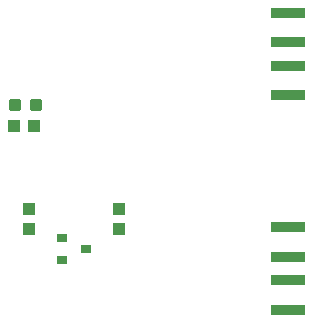
<source format=gbr>
G04 EAGLE Gerber RS-274X export*
G75*
%MOMM*%
%FSLAX34Y34*%
%LPD*%
%INSolderpaste Top*%
%IPPOS*%
%AMOC8*
5,1,8,0,0,1.08239X$1,22.5*%
G01*
%ADD10C,0.300000*%
%ADD11R,0.900000X0.800000*%
%ADD12R,1.000000X1.100000*%
%ADD13R,1.100000X1.000000*%
%ADD14R,3.000000X0.900000*%


D10*
X117920Y237180D02*
X117920Y230180D01*
X110920Y230180D01*
X110920Y237180D01*
X117920Y237180D01*
X117920Y233030D02*
X110920Y233030D01*
X110920Y235880D02*
X117920Y235880D01*
X135460Y237180D02*
X135460Y230180D01*
X128460Y230180D01*
X128460Y237180D01*
X135460Y237180D01*
X135460Y233030D02*
X128460Y233030D01*
X128460Y235880D02*
X135460Y235880D01*
D11*
X153830Y121260D03*
X153830Y102260D03*
X174830Y111760D03*
D12*
X125730Y145660D03*
X125730Y128660D03*
X201930Y145660D03*
X201930Y128660D03*
D13*
X130420Y215900D03*
X113420Y215900D03*
D14*
X345710Y85250D03*
X345710Y60250D03*
X345710Y105250D03*
X345710Y130250D03*
X345710Y266860D03*
X345710Y241860D03*
X345710Y286860D03*
X345710Y311860D03*
M02*

</source>
